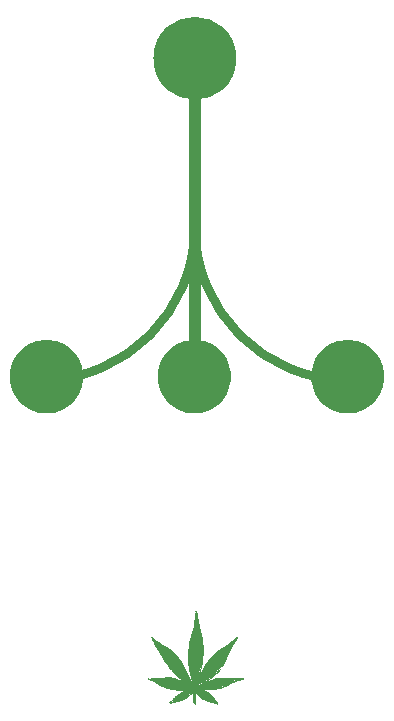
<source format=gbr>
G04 #@! TF.GenerationSoftware,KiCad,Pcbnew,(5.1.5-0)*
G04 #@! TF.CreationDate,2021-01-12T21:58:13-08:00*
G04 #@! TF.ProjectId,delaynomore,64656c61-796e-46f6-9d6f-72652e6b6963,rev?*
G04 #@! TF.SameCoordinates,Original*
G04 #@! TF.FileFunction,Soldermask,Top*
G04 #@! TF.FilePolarity,Negative*
%FSLAX46Y46*%
G04 Gerber Fmt 4.6, Leading zero omitted, Abs format (unit mm)*
G04 Created by KiCad (PCBNEW (5.1.5-0)) date 2021-01-12 21:58:13*
%MOMM*%
%LPD*%
G04 APERTURE LIST*
%ADD10C,0.750000*%
%ADD11C,1.000000*%
%ADD12C,0.100000*%
%ADD13C,0.000002*%
%ADD14C,0.001000*%
G04 APERTURE END LIST*
D10*
X33250000Y-97750000D02*
G75*
G02X20250000Y-84750000I0J13000000D01*
G01*
X20250000Y-84750000D02*
G75*
G02X7250000Y-97750000I-13000000J0D01*
G01*
D11*
X20250000Y-70500000D02*
X20250000Y-97500000D01*
X23250000Y-70500000D02*
G75*
G03X23250000Y-70500000I-3000000J0D01*
G01*
D12*
G36*
X20910400Y-123997650D02*
G01*
X21462850Y-124277050D01*
X21789875Y-124604075D01*
X21924813Y-124834263D01*
X22156588Y-125104138D01*
X21850200Y-125020000D01*
X21596200Y-124943800D01*
X21418400Y-124880300D01*
X21043750Y-124746950D01*
X20684975Y-124553275D01*
X20424625Y-124267525D01*
X20300800Y-124105600D01*
X20364300Y-124143700D01*
X20338900Y-124080200D01*
X20402400Y-123908750D01*
X20910400Y-123997650D01*
G37*
X20910400Y-123997650D02*
X21462850Y-124277050D01*
X21789875Y-124604075D01*
X21924813Y-124834263D01*
X22156588Y-125104138D01*
X21850200Y-125020000D01*
X21596200Y-124943800D01*
X21418400Y-124880300D01*
X21043750Y-124746950D01*
X20684975Y-124553275D01*
X20424625Y-124267525D01*
X20300800Y-124105600D01*
X20364300Y-124143700D01*
X20338900Y-124080200D01*
X20402400Y-123908750D01*
X20910400Y-123997650D01*
G36*
X20116650Y-124016700D02*
G01*
X19748350Y-124448500D01*
X19310200Y-124721550D01*
X18929200Y-124861250D01*
X18179900Y-125026350D01*
X18662500Y-124499300D01*
X19056200Y-124232600D01*
X19424500Y-124029400D01*
X19894400Y-123953200D01*
X19919800Y-123953200D01*
X20116650Y-124016700D01*
G37*
X20116650Y-124016700D02*
X19748350Y-124448500D01*
X19310200Y-124721550D01*
X18929200Y-124861250D01*
X18179900Y-125026350D01*
X18662500Y-124499300D01*
X19056200Y-124232600D01*
X19424500Y-124029400D01*
X19894400Y-123953200D01*
X19919800Y-123953200D01*
X20116650Y-124016700D01*
G36*
X23323400Y-122988000D02*
G01*
X23755200Y-123013400D01*
X24333207Y-123023943D01*
X23653600Y-123178500D01*
X23221800Y-123369000D01*
X22878900Y-123584900D01*
X22459800Y-123750000D01*
X21926400Y-123838900D01*
X21481900Y-123864300D01*
X20904050Y-123845250D01*
X20326200Y-123826200D01*
X20262700Y-123750000D01*
X20478600Y-123686500D01*
X20485585Y-123635700D01*
X20801815Y-123508700D01*
X21335850Y-123280100D01*
X21888300Y-123076900D01*
X22282000Y-122962600D01*
X22726500Y-122962600D01*
X23323400Y-122988000D01*
G37*
X23323400Y-122988000D02*
X23755200Y-123013400D01*
X24333207Y-123023943D01*
X23653600Y-123178500D01*
X23221800Y-123369000D01*
X22878900Y-123584900D01*
X22459800Y-123750000D01*
X21926400Y-123838900D01*
X21481900Y-123864300D01*
X20904050Y-123845250D01*
X20326200Y-123826200D01*
X20262700Y-123750000D01*
X20478600Y-123686500D01*
X20485585Y-123635700D01*
X20801815Y-123508700D01*
X21335850Y-123280100D01*
X21888300Y-123076900D01*
X22282000Y-122962600D01*
X22726500Y-122962600D01*
X23323400Y-122988000D01*
G36*
X23310700Y-120333700D02*
G01*
X23069400Y-120829000D01*
X22866200Y-121286200D01*
X22605850Y-121806900D01*
X22332800Y-122162500D01*
X22021650Y-122575250D01*
X21551750Y-122968950D01*
X21050100Y-123305500D01*
X19945200Y-123902400D01*
X19970600Y-123572200D01*
X20275400Y-123521400D01*
X20523050Y-123083250D01*
X20738950Y-122619700D01*
X20904050Y-122289500D01*
X21088200Y-121997400D01*
X21253300Y-121679900D01*
X21532700Y-121324300D01*
X21812100Y-121006800D01*
X22142300Y-120714700D01*
X22485200Y-120486100D01*
X22866200Y-120232100D01*
X23259900Y-119965400D01*
X23793300Y-119571700D01*
X23310700Y-120333700D01*
G37*
X23310700Y-120333700D02*
X23069400Y-120829000D01*
X22866200Y-121286200D01*
X22605850Y-121806900D01*
X22332800Y-122162500D01*
X22021650Y-122575250D01*
X21551750Y-122968950D01*
X21050100Y-123305500D01*
X19945200Y-123902400D01*
X19970600Y-123572200D01*
X20275400Y-123521400D01*
X20523050Y-123083250D01*
X20738950Y-122619700D01*
X20904050Y-122289500D01*
X21088200Y-121997400D01*
X21253300Y-121679900D01*
X21532700Y-121324300D01*
X21812100Y-121006800D01*
X22142300Y-120714700D01*
X22485200Y-120486100D01*
X22866200Y-120232100D01*
X23259900Y-119965400D01*
X23793300Y-119571700D01*
X23310700Y-120333700D01*
G36*
X20465900Y-118200100D02*
G01*
X20567500Y-118682700D01*
X20681800Y-119139900D01*
X20764350Y-119470100D01*
X20827850Y-119851100D01*
X20872300Y-120371800D01*
X20872300Y-120905200D01*
X20821500Y-121489400D01*
X20758000Y-122010100D01*
X20615125Y-122505400D01*
X20316675Y-123521400D01*
X20103950Y-123470600D01*
X19869000Y-122556200D01*
X19695962Y-121692600D01*
X19711837Y-120905200D01*
X19764225Y-120244800D01*
X19926150Y-119470100D01*
X20161100Y-118657300D01*
X20288100Y-117882600D01*
X20351600Y-117361900D01*
X20465900Y-118200100D01*
G37*
X20465900Y-118200100D02*
X20567500Y-118682700D01*
X20681800Y-119139900D01*
X20764350Y-119470100D01*
X20827850Y-119851100D01*
X20872300Y-120371800D01*
X20872300Y-120905200D01*
X20821500Y-121489400D01*
X20758000Y-122010100D01*
X20615125Y-122505400D01*
X20316675Y-123521400D01*
X20103950Y-123470600D01*
X19869000Y-122556200D01*
X19695962Y-121692600D01*
X19711837Y-120905200D01*
X19764225Y-120244800D01*
X19926150Y-119470100D01*
X20161100Y-118657300D01*
X20288100Y-117882600D01*
X20351600Y-117361900D01*
X20465900Y-118200100D01*
G36*
X16846400Y-119774900D02*
G01*
X17163900Y-120016200D01*
X17729050Y-120333700D01*
X18325950Y-120765500D01*
X18700600Y-121146500D01*
X19100650Y-121711650D01*
X19697550Y-122892750D01*
X19996000Y-123457900D01*
X20008700Y-123470600D01*
X19678500Y-123496000D01*
X19576900Y-123445200D01*
X19221300Y-123197550D01*
X18814900Y-122829250D01*
X18484700Y-122480000D01*
X18129100Y-122048200D01*
X17849700Y-121629100D01*
X17659200Y-121375100D01*
X17405200Y-120917900D01*
X17151200Y-120549600D01*
X16909900Y-120130500D01*
X16630500Y-119571700D01*
X16846400Y-119774900D01*
G37*
X16846400Y-119774900D02*
X17163900Y-120016200D01*
X17729050Y-120333700D01*
X18325950Y-120765500D01*
X18700600Y-121146500D01*
X19100650Y-121711650D01*
X19697550Y-122892750D01*
X19996000Y-123457900D01*
X20008700Y-123470600D01*
X19678500Y-123496000D01*
X19576900Y-123445200D01*
X19221300Y-123197550D01*
X18814900Y-122829250D01*
X18484700Y-122480000D01*
X18129100Y-122048200D01*
X17849700Y-121629100D01*
X17659200Y-121375100D01*
X17405200Y-120917900D01*
X17151200Y-120549600D01*
X16909900Y-120130500D01*
X16630500Y-119571700D01*
X16846400Y-119774900D01*
G36*
X18252925Y-122953075D02*
G01*
X18589475Y-123048325D01*
X18853000Y-123140400D01*
X19551500Y-123546800D01*
X19581980Y-123574740D01*
X19589600Y-123559500D01*
X19589600Y-123572200D01*
X19581980Y-123574740D01*
X19500700Y-123737300D01*
X19894400Y-123877000D01*
X19684850Y-123902400D01*
X19291150Y-123927800D01*
X18814900Y-123927800D01*
X18370400Y-123864300D01*
X17887800Y-123750000D01*
X17494100Y-123635700D01*
X17087700Y-123407100D01*
X16770200Y-123178500D01*
X16363800Y-123051500D01*
X17011500Y-123000700D01*
X17544900Y-122962600D01*
X18008450Y-122956250D01*
X18252925Y-122953075D01*
G37*
X18252925Y-122953075D02*
X18589475Y-123048325D01*
X18853000Y-123140400D01*
X19551500Y-123546800D01*
X19581980Y-123574740D01*
X19589600Y-123559500D01*
X19589600Y-123572200D01*
X19581980Y-123574740D01*
X19500700Y-123737300D01*
X19894400Y-123877000D01*
X19684850Y-123902400D01*
X19291150Y-123927800D01*
X18814900Y-123927800D01*
X18370400Y-123864300D01*
X17887800Y-123750000D01*
X17494100Y-123635700D01*
X17087700Y-123407100D01*
X16770200Y-123178500D01*
X16363800Y-123051500D01*
X17011500Y-123000700D01*
X17544900Y-122962600D01*
X18008450Y-122956250D01*
X18252925Y-122953075D01*
G36*
X20250000Y-123534100D02*
G01*
X20038862Y-123727775D01*
X20257937Y-123823025D01*
X21008825Y-124365950D01*
X20827850Y-124461200D01*
X20250000Y-124004000D01*
X20262700Y-125096200D01*
X20148400Y-124956500D01*
X20142050Y-124067500D01*
X20186500Y-124067500D01*
X19805500Y-123851600D01*
X19519750Y-123699200D01*
X19684850Y-123419800D01*
X20250000Y-123534100D01*
G37*
X20250000Y-123534100D02*
X20038862Y-123727775D01*
X20257937Y-123823025D01*
X21008825Y-124365950D01*
X20827850Y-124461200D01*
X20250000Y-124004000D01*
X20262700Y-125096200D01*
X20148400Y-124956500D01*
X20142050Y-124067500D01*
X20186500Y-124067500D01*
X19805500Y-123851600D01*
X19519750Y-123699200D01*
X19684850Y-123419800D01*
X20250000Y-123534100D01*
D13*
X19729586Y-121846968D02*
X19736414Y-121913404D01*
X16310628Y-123035206D02*
G75*
G02X16312745Y-123030474I8833J-1112D01*
G01*
X16312745Y-123030475D02*
G75*
G02X16317170Y-123027659I6961J-6056D01*
G01*
X16317171Y-123027659D02*
G75*
G02X16326272Y-123025641I21302J-74534D01*
G01*
X16369176Y-123019928D02*
X16326272Y-123025641D01*
X16425382Y-123014579D02*
X16369176Y-123019928D01*
X16499523Y-123009059D02*
X16425382Y-123014579D01*
X16600810Y-123002773D02*
X16499523Y-123009059D01*
X16714250Y-122995535D02*
X16600810Y-123002773D01*
X16805159Y-122988329D02*
X16714250Y-122995535D01*
X16885946Y-122980142D02*
X16805159Y-122988329D01*
X16967522Y-122969967D02*
X16885946Y-122980142D01*
X17045588Y-122960763D02*
X16967522Y-122969967D01*
X17144548Y-122951810D02*
X17045588Y-122960763D01*
X17252731Y-122943949D02*
X17144548Y-122951810D01*
X17360022Y-122938039D02*
X17252731Y-122943949D01*
X17408893Y-122935783D02*
X17360022Y-122938039D01*
X17478084Y-122932592D02*
X17408893Y-122935783D01*
X17553746Y-122929104D02*
X17478084Y-122932592D01*
X17625022Y-122925821D02*
X17553746Y-122929104D01*
X17792892Y-122918843D02*
X17625022Y-122925821D01*
X17967753Y-122913052D02*
X17792892Y-122918843D01*
X18141324Y-122908069D02*
X17967753Y-122913052D01*
X18141324Y-122908069D02*
G75*
G02X18150393Y-122910507I462J-16364D01*
G01*
X18153889Y-122911762D02*
G75*
G02X18150393Y-122910507I1209J8867D01*
G01*
X18169388Y-122913775D02*
X18153889Y-122911762D01*
X18187771Y-122915819D02*
X18169388Y-122913775D01*
X18208715Y-122917713D02*
X18187771Y-122915819D01*
X19720054Y-121737481D02*
X19722649Y-121767124D01*
X20862378Y-123897086D02*
X20907522Y-123900622D01*
X20813537Y-123893388D02*
X20862378Y-123897086D01*
X20768194Y-123890058D02*
X20813537Y-123893388D01*
X20735022Y-123887755D02*
X20768194Y-123890058D01*
X20703615Y-123885486D02*
X20735022Y-123887755D01*
X20664584Y-123882326D02*
X20703615Y-123885486D01*
X20624606Y-123878849D02*
X20664584Y-123882326D01*
X20590022Y-123875579D02*
X20624606Y-123878849D01*
X20528512Y-123870402D02*
X20590022Y-123875579D01*
X20476901Y-123868134D02*
X20528512Y-123870402D01*
X19081364Y-121630665D02*
X18952584Y-121423051D01*
X19210123Y-121860277D02*
X19081364Y-121630665D01*
X20513811Y-123894985D02*
X20475611Y-123887712D01*
X20551820Y-123901668D02*
X20513811Y-123894985D01*
X20577522Y-123905429D02*
X20551820Y-123901668D01*
X20577522Y-123905429D02*
G75*
G02X20665850Y-123921576I-96572J-777952D01*
G01*
X20792223Y-123954860D02*
X20665850Y-123921576D01*
X20931550Y-123997366D02*
X20792223Y-123954860D01*
X21065022Y-124044009D02*
X20931550Y-123997366D01*
X21108649Y-124061046D02*
X21065022Y-124044009D01*
X21154637Y-124080487D02*
X21108649Y-124061046D01*
X21202079Y-124101930D02*
X21154637Y-124080487D01*
X21250085Y-124124987D02*
X21202079Y-124101930D01*
X21250085Y-124124988D02*
G75*
G02X21402408Y-124212179I-639105J-1293158D01*
G01*
X19850081Y-122597260D02*
X19852098Y-122607528D01*
X22870021Y-121265299D02*
G75*
G02X22869743Y-121266562I-3003J0D01*
G01*
X22861209Y-121284952D02*
X22869743Y-121266562D01*
X22851523Y-121305632D02*
X22861209Y-121284952D01*
X22840022Y-121329870D02*
X22851523Y-121305632D01*
X22828521Y-121354146D02*
X22840022Y-121329870D01*
X22818834Y-121374951D02*
X22828521Y-121354146D01*
X22810385Y-121393329D02*
X22818834Y-121374951D01*
X22810021Y-121394995D02*
G75*
G02X22810385Y-121393329I3995J0D01*
G01*
X22810021Y-121394995D02*
G75*
G02X22809292Y-121398297I-7840J0D01*
G01*
X22770677Y-121481421D02*
X22809292Y-121398297D01*
X22727758Y-121573339D02*
X22770677Y-121481421D01*
X22677442Y-121680277D02*
X22727758Y-121573339D01*
X22654537Y-121728174D02*
X22677442Y-121680277D01*
X22626801Y-121784980D02*
X22654537Y-121728174D01*
X22597730Y-121843998D02*
X22626801Y-121784980D01*
X22597731Y-121843997D02*
G75*
G02X22595022Y-121847777I-12801J6311D01*
G01*
X22593589Y-121849614D02*
G75*
G02X22595022Y-121847777I8150J-4881D01*
G01*
X22590177Y-121855418D02*
X22593588Y-121849615D01*
X22586238Y-121862435D02*
X22590177Y-121855418D01*
X22582041Y-121870277D02*
X22586238Y-121862435D01*
X22573008Y-121887116D02*
X22582041Y-121870277D01*
X22562309Y-121906309D02*
X22573008Y-121887116D01*
X22551117Y-121925799D02*
X22562309Y-121906309D01*
X22540563Y-121943576D02*
X22551117Y-121925799D01*
X22536359Y-121950601D02*
X22540563Y-121943576D01*
X22529895Y-121961546D02*
X22536359Y-121950601D01*
X22522630Y-121973921D02*
X22529895Y-121961546D01*
X22515538Y-121986076D02*
X22522630Y-121973921D01*
X22515539Y-121986076D02*
G75*
G02X22426513Y-122124537I-1594117J927112D01*
G01*
X22310765Y-122278716D02*
X22426513Y-122124537D01*
X22179379Y-122435115D02*
X22310765Y-122278716D01*
X22042561Y-122580767D02*
X22179379Y-122435115D01*
X22042561Y-122580767D02*
G75*
G02X21762462Y-122838051I-2992746J2977019D01*
G01*
X21452444Y-123076945D02*
X21762462Y-122838051D01*
X21096530Y-123308868D02*
X21452444Y-123076945D01*
X20677522Y-123545384D02*
X21096530Y-123308868D01*
X20657210Y-123556206D02*
X20677522Y-123545384D01*
X20633256Y-123569049D02*
X20657210Y-123556206D01*
X20609541Y-123581825D02*
X20633256Y-123569049D01*
X20590022Y-123592411D02*
X20609541Y-123581825D01*
X20572766Y-123601769D02*
X20590022Y-123592411D01*
X20556062Y-123610749D02*
X20572766Y-123601769D01*
X20541782Y-123618359D02*
X20556062Y-123610749D01*
X20534097Y-123622337D02*
X20541782Y-123618359D01*
X20517847Y-123632144D02*
G75*
G02X20534097Y-123622337I73169J-102870D01*
G01*
X20501467Y-123645234D02*
G75*
G02X20517847Y-123632145I125077J-139731D01*
G01*
X20488112Y-123658375D02*
G75*
G02X20501467Y-123645234I145858J-134885D01*
G01*
X20485021Y-123666267D02*
G75*
G02X20488111Y-123658375I11624J0D01*
G01*
X20485871Y-123669781D02*
G75*
G02X20485022Y-123666267I6849J3514D01*
G01*
X20488155Y-123671737D02*
G75*
G02X20485870Y-123669780I1247J3768D01*
G01*
X20492397Y-123672198D02*
G75*
G02X20488155Y-123671737I-1044J10127D01*
G01*
X20499641Y-123671103D02*
G75*
G02X20492398Y-123672199I-15184J75919D01*
G01*
X20518149Y-123665366D02*
G75*
G02X20499641Y-123671104I-36945J86448D01*
G01*
X20578992Y-123639023D02*
X20518149Y-123665366D01*
X20646972Y-123608528D02*
X20578992Y-123639023D01*
X20715022Y-123576643D02*
X20646972Y-123608528D01*
X20738044Y-123565656D02*
X20715022Y-123576643D01*
X20763850Y-123553400D02*
X20738044Y-123565656D01*
X20788478Y-123541750D02*
X20763850Y-123553400D01*
X20807522Y-123532798D02*
X20788478Y-123541750D01*
X20827497Y-123523393D02*
X20807522Y-123532798D01*
X20855600Y-123510054D02*
X20827497Y-123523393D01*
X20886247Y-123495444D02*
X20855600Y-123510054D01*
X20915022Y-123481661D02*
X20886247Y-123495444D01*
X20969936Y-123455361D02*
X20915022Y-123481661D01*
X21011702Y-123435535D02*
X20969936Y-123455361D01*
X21046707Y-123419148D02*
X21011702Y-123435535D01*
X21080022Y-123403816D02*
X21046707Y-123419148D01*
X21115354Y-123387574D02*
X21080022Y-123403816D01*
X21181774Y-123356749D02*
X21115354Y-123387574D01*
X21249694Y-123325132D02*
X21181774Y-123356749D01*
X21297522Y-123302733D02*
X21249694Y-123325132D01*
X21444502Y-123234657D02*
X21297522Y-123302733D01*
X21595333Y-123166903D02*
X21444502Y-123234657D01*
X21733653Y-123106658D02*
X21595333Y-123166903D01*
X21840022Y-123062680D02*
X21733653Y-123106658D01*
X21893337Y-123041611D02*
X21840022Y-123062680D01*
X21928135Y-123028359D02*
X21893337Y-123041611D01*
X21957932Y-123017769D02*
X21928135Y-123028359D01*
X21992522Y-123006289D02*
X21957932Y-123017769D01*
X22051620Y-122988467D02*
X21992522Y-123006289D01*
X22113071Y-122972384D02*
X22051620Y-122988467D01*
X22174574Y-122958597D02*
X22113071Y-122972384D01*
X22233822Y-122947669D02*
X22174574Y-122958597D01*
X22275789Y-122941782D02*
X22233822Y-122947669D01*
X22311324Y-122938975D02*
X22275789Y-122941782D01*
X22355896Y-122938261D02*
X22311324Y-122938975D01*
X22436322Y-122939370D02*
X22355896Y-122938261D01*
X22493234Y-122940735D02*
X22436322Y-122939370D01*
X22551607Y-122942737D02*
X22493234Y-122940735D01*
X22603546Y-122945032D02*
X22551607Y-122942737D01*
X22637522Y-122947267D02*
X22603546Y-122945032D01*
X22668287Y-122949702D02*
X22637522Y-122947267D01*
X22707662Y-122952627D02*
X22668287Y-122949702D01*
X22748691Y-122955545D02*
X22707662Y-122952627D01*
X22785022Y-122957990D02*
X22748691Y-122955545D01*
X22822057Y-122960418D02*
X22785022Y-122957990D01*
X22865318Y-122963293D02*
X22822057Y-122960418D01*
X22907867Y-122966150D02*
X22865318Y-122963293D01*
X22942522Y-122968510D02*
X22907867Y-122966150D01*
X22995145Y-122970680D02*
X22942522Y-122968510D01*
X23187897Y-122973130D02*
X22995145Y-122970680D01*
X23416132Y-122975346D02*
X23187897Y-122973130D01*
X23672522Y-122976997D02*
X23416132Y-122975346D01*
X24010194Y-122978974D02*
X23672522Y-122976997D01*
X24196598Y-122980953D02*
X24010194Y-122978974D01*
X24325267Y-122983028D02*
X24196598Y-122980953D01*
X24325267Y-122983028D02*
G75*
G02X24338772Y-122986729I-500J-28318D01*
G01*
X24338772Y-122986728D02*
G75*
G02X24347766Y-122995160I-13045J-22929D01*
G01*
X24347766Y-122995160D02*
G75*
G02X24350023Y-123005412I-12281J-8079D01*
G01*
X24350023Y-123005413D02*
G75*
G02X24344871Y-123015674I-18220J2725D01*
G01*
X24344870Y-123015673D02*
G75*
G02X24333207Y-123023943I-29662J29474D01*
G01*
X24333208Y-123023944D02*
G75*
G02X24315174Y-123031131I-63623J133418D01*
G01*
X24250776Y-123051805D02*
X24315174Y-123031131D01*
X24188093Y-123071392D02*
X24250776Y-123051805D01*
X24152522Y-123081377D02*
X24188093Y-123071392D01*
X24023171Y-123118169D02*
X24152522Y-123081377D01*
X23848786Y-123175203D02*
X24023171Y-123118169D01*
X23669767Y-123238251D02*
X23848786Y-123175203D01*
X23522522Y-123295274D02*
X23669767Y-123238251D01*
X23399199Y-123348078D02*
X23522522Y-123295274D01*
X23253927Y-123414591D02*
X23399199Y-123348078D01*
X23112600Y-123482490D02*
X23253927Y-123414591D01*
X23002522Y-123539199D02*
X23112600Y-123482490D01*
X22868504Y-123610433D02*
X23002522Y-123539199D01*
X22783440Y-123652696D02*
X22868504Y-123610433D01*
X22708987Y-123685131D02*
X22783440Y-123652696D01*
X22617522Y-123720178D02*
X22708987Y-123685131D01*
X22542423Y-123747307D02*
X22617522Y-123720178D01*
X22502851Y-123760723D02*
X22542423Y-123747307D01*
X22463400Y-123772598D02*
X22502851Y-123760723D01*
X22390022Y-123793034D02*
X22463400Y-123772598D01*
X22270804Y-123822545D02*
X22390022Y-123793034D01*
X22133620Y-123850279D02*
X22270804Y-123822545D01*
X21995884Y-123873156D02*
X22133620Y-123850279D01*
X21875022Y-123887838D02*
X21995884Y-123873156D01*
X21851013Y-123890138D02*
X21875022Y-123887838D01*
X21816506Y-123893487D02*
X21851013Y-123890138D01*
X21778547Y-123897195D02*
X21816506Y-123893487D01*
X21742522Y-123900739D02*
X21778547Y-123897195D01*
X21608935Y-123908145D02*
X21742522Y-123900739D01*
X21336190Y-123909806D02*
X21608935Y-123908145D01*
X21063070Y-123907895D02*
X21336190Y-123909806D01*
X20907522Y-123900622D02*
X21063070Y-123907895D01*
X20434700Y-123867876D02*
X20476901Y-123868134D01*
X20430021Y-123872584D02*
G75*
G02X20434700Y-123867876I4709J-1D01*
G01*
X20431145Y-123874719D02*
G75*
G02X20430022Y-123872585I1466J2134D01*
G01*
X20435529Y-123877293D02*
G75*
G02X20431144Y-123874719I15819J31971D01*
G01*
X19360636Y-122138155D02*
X19344341Y-122108062D01*
X19371221Y-122157777D02*
X19360636Y-122138155D01*
X20761249Y-122533226D02*
X20714982Y-122630277D01*
X20846807Y-122362328D02*
X20761249Y-122533226D01*
X20933548Y-122191636D02*
X20846807Y-122362328D01*
X20974269Y-122116527D02*
X20933548Y-122191636D01*
X20988678Y-122091366D02*
X20974269Y-122116527D01*
X20999929Y-122071636D02*
X20988678Y-122091366D01*
X21009609Y-122054555D02*
X20999929Y-122071636D01*
X21019048Y-122037777D02*
X21009609Y-122054555D01*
X21025983Y-122025624D02*
X21019048Y-122037777D01*
X21037590Y-122005731D02*
X21025983Y-122025624D01*
X21050976Y-121982985D02*
X21037590Y-122005731D01*
X21064458Y-121960277D02*
X21050976Y-121982985D01*
X21077575Y-121938268D02*
X21064458Y-121960277D01*
X21089864Y-121917624D02*
X21077575Y-121938268D01*
X21100197Y-121900243D02*
X21089864Y-121917624D01*
X21104889Y-121892307D02*
X21100197Y-121900243D01*
X21149259Y-121820233D02*
X21104889Y-121892307D01*
X21212393Y-121723837D02*
X21149259Y-121820233D01*
X21279939Y-121624271D02*
X21212393Y-121723837D01*
X21339543Y-121540277D02*
X21279939Y-121624271D01*
X21396819Y-121463641D02*
X21339543Y-121540277D01*
X21467177Y-121373061D02*
X21396819Y-121463641D01*
X21534639Y-121288542D02*
X21467177Y-121373061D01*
X21577847Y-121237777D02*
X21534639Y-121288542D01*
X22885064Y-121231889D02*
X22894416Y-121211958D01*
X22877187Y-121248945D02*
X22885064Y-121231889D01*
X22870294Y-121264044D02*
X22877187Y-121248945D01*
X22870022Y-121265299D02*
G75*
G02X22870294Y-121264044I3026J0D01*
G01*
X19325985Y-122074222D02*
X19308037Y-122041194D01*
X19344341Y-122108062D02*
X19325985Y-122074222D01*
X22162904Y-125132618D02*
G75*
G02X22162962Y-125140934I-10582J-4233D01*
G01*
X22162961Y-125140934D02*
G75*
G02X22160571Y-125143771I-5287J2029D01*
G01*
X22160571Y-125143771D02*
G75*
G02X22155675Y-125145933I-11328J19028D01*
G01*
X22155675Y-125145934D02*
G75*
G02X22148837Y-125147326I-10822J35655D01*
G01*
X22148838Y-125147325D02*
G75*
G02X22140414Y-125147777I-8424J78322D01*
G01*
X20643609Y-122791378D02*
X20635721Y-122810277D01*
X20670843Y-122729384D02*
X20643609Y-122791378D01*
X20697720Y-122668594D02*
X20670843Y-122729384D01*
X20714982Y-122630277D02*
X20697720Y-122668594D01*
X22140414Y-125147778D02*
G75*
G02X22125921Y-125146825I0J110737D01*
G01*
X22125921Y-125146825D02*
G75*
G02X22113016Y-125143965I9971J75534D01*
G01*
X22113016Y-125143965D02*
G75*
G02X22096281Y-125137761I53575J170197D01*
G01*
X22065022Y-125124046D02*
X22096281Y-125137761D01*
X22001838Y-125097762D02*
X22065022Y-125124046D01*
X21935736Y-125074319D02*
X22001838Y-125097762D01*
X21864120Y-125052862D02*
X21935736Y-125074319D01*
X21784294Y-125032548D02*
X21864120Y-125052862D01*
X21647606Y-124999292D02*
X21784294Y-125032548D01*
X19380128Y-122174323D02*
X19371221Y-122157777D01*
X19390235Y-122193074D02*
X19380128Y-122174323D01*
X20503305Y-123136243D02*
X20494490Y-123156661D01*
X20513179Y-123112378D02*
X20503305Y-123136243D01*
X20524497Y-123084151D02*
X20513179Y-123112378D01*
X20537768Y-123050277D02*
X20524497Y-123084151D01*
X20543655Y-123035324D02*
X20537768Y-123050277D01*
X20550109Y-123019333D02*
X20543655Y-123035324D01*
X20556173Y-123004627D02*
X20550109Y-123019333D01*
X21402408Y-124212178D02*
G75*
G02X21540509Y-124315987I-743206J-1132487D01*
G01*
X21540509Y-124315987D02*
G75*
G02X21658604Y-124431641I-808447J-943632D01*
G01*
X21658604Y-124431641D02*
G75*
G02X21751099Y-124554225I-691614J-618042D01*
G01*
X21843113Y-124697827D02*
X21751099Y-124554225D01*
X21908325Y-124794131D02*
X21843113Y-124697827D01*
X21969278Y-124876381D02*
X21908325Y-124794131D01*
X22044380Y-124970045D02*
X21969278Y-124876381D01*
X22087947Y-125022822D02*
X22044380Y-124970045D01*
X22101771Y-125039809D02*
X22087947Y-125022822D01*
X22112079Y-125053035D02*
X22101771Y-125039809D01*
X19884498Y-119520277D02*
X19870636Y-119570269D01*
X20560691Y-122994082D02*
X20556173Y-123004627D01*
X20564264Y-122985606D02*
X20560691Y-122994082D01*
X20567281Y-122977667D02*
X20564264Y-122985606D01*
X20569553Y-122970959D02*
X20567281Y-122977667D01*
X20570021Y-122967966D02*
G75*
G02X20569553Y-122970959I-9805J0D01*
G01*
X20570021Y-122967965D02*
G75*
G02X20570501Y-122964968I9600J-1D01*
G01*
X20572848Y-122958209D02*
X20570501Y-122964968D01*
X20575958Y-122950210D02*
X20572848Y-122958209D01*
X20579642Y-122941661D02*
X20575958Y-122950210D01*
X20593866Y-122909784D02*
X20579642Y-122941661D01*
X20602969Y-122888632D02*
X20593866Y-122909784D01*
X20609166Y-122873491D02*
X20602969Y-122888632D01*
X20610007Y-122869082D02*
G75*
G02X20609166Y-122873491I-11749J-43D01*
G01*
X20610007Y-122869082D02*
G75*
G02X20610459Y-122866632I6738J25D01*
G01*
X20613194Y-122859786D02*
X20610459Y-122866632D01*
X20616707Y-122851673D02*
X20613194Y-122859786D01*
X20620874Y-122842777D02*
X20616707Y-122851673D01*
X20625330Y-122833430D02*
X20620874Y-122842777D01*
X20629723Y-122823949D02*
X20625330Y-122833430D01*
X20633495Y-122815577D02*
X20629723Y-122823949D01*
X20635721Y-122810277D02*
X20633495Y-122815577D01*
X22127281Y-125073316D02*
X22112079Y-125053035D01*
X22143683Y-125096689D02*
X22127281Y-125073316D01*
X22143683Y-125096690D02*
G75*
G02X22155528Y-125116666I-194982J-129113D01*
G01*
X22155528Y-125116666D02*
G75*
G02X22162903Y-125132618I-148143J-78170D01*
G01*
X21587272Y-121227192D02*
X21577847Y-121237777D01*
X21607031Y-121204856D02*
X21587272Y-121227192D01*
X21630430Y-121178361D02*
X21607031Y-121204856D01*
X21655193Y-121150277D02*
X21630430Y-121178361D01*
X21763704Y-121033304D02*
X21655193Y-121150277D01*
X21896053Y-120902079D02*
X21763704Y-121033304D01*
X22027297Y-120780085D02*
X21896053Y-120902079D01*
X22130250Y-120694220D02*
X22027297Y-120780085D01*
X22217428Y-120628727D02*
X22130250Y-120694220D01*
X22296415Y-120573278D02*
X22217428Y-120628727D01*
X22398457Y-120506351D02*
X22296415Y-120573278D01*
X22577522Y-120392769D02*
X22398457Y-120506351D01*
X22639629Y-120353344D02*
X22577522Y-120392769D01*
X22706365Y-120310469D02*
X22639629Y-120353344D01*
X22767965Y-120270471D02*
X22706365Y-120310469D01*
X22812522Y-120240991D02*
X22767965Y-120270471D01*
X22947222Y-120149298D02*
X22812522Y-120240991D01*
X23070866Y-120062251D02*
X22947222Y-120149298D01*
X23218690Y-119954774D02*
X23070866Y-120062251D01*
X23440022Y-119790957D02*
X23218690Y-119954774D01*
X23483928Y-119758350D02*
X23440022Y-119790957D01*
X23526959Y-119726446D02*
X23483928Y-119758350D01*
X23564011Y-119699020D02*
X23526959Y-119726446D01*
X23585022Y-119683543D02*
X23564011Y-119699020D01*
X23601209Y-119671646D02*
X23585022Y-119683543D01*
X23618850Y-119658643D02*
X23601209Y-119671646D01*
X23635320Y-119646471D02*
X23618850Y-119658643D01*
X23647522Y-119637414D02*
X23635320Y-119646471D01*
X23687477Y-119609270D02*
X23647522Y-119637414D01*
X23742952Y-119573208D02*
X23687477Y-119609270D01*
X23799438Y-119537759D02*
X23742952Y-119573208D01*
X23799438Y-119537760D02*
G75*
G02X23814761Y-119531269I28471J-45884D01*
G01*
X23814761Y-119531268D02*
G75*
G02X23827504Y-119529947I10974J-43717D01*
G01*
X23827504Y-119529947D02*
G75*
G02X23834070Y-119534069I-305J-7776D01*
G01*
X23834070Y-119534070D02*
G75*
G02X23834527Y-119542656I-8997J-4784D01*
G01*
X23834527Y-119542655D02*
G75*
G02X23827667Y-119555539I-63438J25510D01*
G01*
X23815329Y-119572507D02*
X23827667Y-119555539D01*
X23795976Y-119596851D02*
X23815329Y-119572507D01*
X23776429Y-119620518D02*
X23795976Y-119596851D01*
X23776429Y-119620517D02*
G75*
G02X23766963Y-119630277I-72727J61071D01*
G01*
X23749895Y-119648072D02*
G75*
G02X23766963Y-119630277I123500J-101373D01*
G01*
X23695948Y-119714257D02*
X23749895Y-119648072D01*
X23641922Y-119781904D02*
X23695948Y-119714257D01*
X23601038Y-119835277D02*
X23641922Y-119781904D01*
X23524034Y-119943698D02*
X23601038Y-119835277D01*
X23463980Y-120039678D02*
X23524034Y-119943698D01*
X23398409Y-120160452D02*
X23463980Y-120039678D01*
X23295463Y-120365277D02*
X23398409Y-120160452D01*
X23262314Y-120432396D02*
X23295463Y-120365277D01*
X23232337Y-120493418D02*
X23262314Y-120432396D01*
X23207300Y-120544652D02*
X23232337Y-120493418D01*
X23198740Y-120562777D02*
X23207300Y-120544652D01*
X23183870Y-120594997D02*
X23198740Y-120562777D01*
X23148656Y-120670485D02*
X23183870Y-120594997D01*
X23113434Y-120745815D02*
X23148656Y-120670485D01*
X23092505Y-120790277D02*
X23113434Y-120745815D01*
X23086270Y-120803483D02*
X23092505Y-120790277D01*
X23076572Y-120824090D02*
X23086270Y-120803483D01*
X23065623Y-120847387D02*
X23076572Y-120824090D01*
X23054881Y-120870277D02*
X23065623Y-120847387D01*
X23002656Y-120981614D02*
X23054881Y-120870277D01*
X22955466Y-121082138D02*
X23002656Y-120981614D01*
X22916565Y-121164935D02*
X22955466Y-121082138D01*
X22894416Y-121211958D02*
X22916565Y-121164935D01*
X19706089Y-120520173D02*
X19700432Y-120597777D01*
X19741414Y-120184273D02*
X19739359Y-120201746D01*
X19749812Y-122025277D02*
X19752112Y-122041881D01*
X17470022Y-123654199D02*
X17535345Y-123681444D01*
X17422193Y-123632386D02*
X17470022Y-123654199D01*
X17346008Y-123595116D02*
X17422193Y-123632386D01*
X17263874Y-123554229D02*
X17346008Y-123595116D01*
X18208715Y-122917712D02*
G75*
G02X18287077Y-122927867I-68767J-838110D01*
G01*
X18384167Y-122947547D02*
X18287077Y-122927867D01*
X18488541Y-122973880D02*
X18384167Y-122947547D01*
X18590022Y-123004629D02*
X18488541Y-122973880D01*
X18661345Y-123028648D02*
X18590022Y-123004629D01*
X18712918Y-123047344D02*
X18661345Y-123028648D01*
X18764767Y-123068060D02*
X18712918Y-123047344D01*
X18837522Y-123098978D02*
X18764767Y-123068060D01*
X18886095Y-123121297D02*
X18837522Y-123098978D01*
X18972054Y-123163707D02*
X18886095Y-123121297D01*
X19057800Y-123207003D02*
X18972054Y-123163707D01*
X19107522Y-123233724D02*
X19057800Y-123207003D01*
X19124485Y-123243290D02*
X19107522Y-123233724D01*
X19142381Y-123253359D02*
X19124485Y-123243290D01*
X19158665Y-123262503D02*
X19142381Y-123253359D01*
X19170022Y-123268855D02*
X19158665Y-123262503D01*
X19217579Y-123296350D02*
X19170022Y-123268855D01*
X19279264Y-123333880D02*
X19217579Y-123296350D01*
X19344127Y-123374579D02*
X19279264Y-123333880D01*
X19402522Y-123412529D02*
X19344127Y-123374579D01*
X19519621Y-123489782D02*
X19402522Y-123412529D01*
X19534217Y-123492895D02*
G75*
G02X19519621Y-123489782I-3296J20324D01*
G01*
X19535880Y-123486626D02*
G75*
G02X19534217Y-123492894I-2231J-2763D01*
G01*
X19436635Y-123406997D02*
X19535879Y-123486626D01*
X19326355Y-123318615D02*
X19436635Y-123406997D01*
X19205655Y-123221064D02*
X19326355Y-123318615D01*
X19096190Y-123132022D02*
X19205655Y-123221064D01*
X19047522Y-123091366D02*
X19096190Y-123132022D01*
X18810218Y-122878564D02*
X19047522Y-123091366D01*
X18581976Y-122653889D02*
X18810218Y-122878564D01*
X18376302Y-122431368D02*
X18581976Y-122653889D01*
X18207522Y-122225413D02*
X18376302Y-122431368D01*
X18197035Y-122211730D02*
X18207522Y-122225413D01*
X18180933Y-122190881D02*
X18197035Y-122211730D01*
X18162804Y-122167489D02*
X18180933Y-122190881D01*
X18145094Y-122144720D02*
X18162804Y-122167489D01*
X18100771Y-122086679D02*
X18145094Y-122144720D01*
X18048022Y-122015362D02*
X18100771Y-122086679D01*
X17993294Y-121939659D02*
X18048022Y-122015362D01*
X17942611Y-121867777D02*
X17993294Y-121939659D01*
X17865794Y-121755183D02*
X17942611Y-121867777D01*
X17753314Y-121586047D02*
X17865794Y-121755183D01*
X17642960Y-121418079D02*
X17753314Y-121586047D01*
X17577810Y-121315811D02*
X17642960Y-121418079D01*
X17562852Y-121291839D02*
X17577810Y-121315811D01*
X17543501Y-121261028D02*
X17562852Y-121291839D01*
X17523210Y-121228853D02*
X17543501Y-121261028D01*
X17505098Y-121200277D02*
X17523210Y-121228853D01*
X17482466Y-121164465D02*
X17505098Y-121200277D01*
X17444344Y-121103699D02*
X17482466Y-121164465D01*
X17400478Y-121033586D02*
X17444344Y-121103699D01*
X17356299Y-120962777D02*
X17400478Y-121033586D01*
X17313762Y-120894522D02*
X17356299Y-120962777D01*
X17274866Y-120832137D02*
X17313762Y-120894522D01*
X17242249Y-120779846D02*
X17274866Y-120832137D01*
X17230010Y-120760277D02*
X17242249Y-120779846D01*
X17187630Y-120691590D02*
X17230010Y-120760277D01*
X17117790Y-120576106D02*
X17187630Y-120691590D01*
X17047729Y-120459490D02*
X17117790Y-120576106D01*
X17022165Y-120415277D02*
X17047729Y-120459490D01*
X17019328Y-120410248D02*
X17022165Y-120415277D01*
X17015217Y-120403074D02*
X17019328Y-120410248D01*
X17010674Y-120395211D02*
X17015217Y-120403074D01*
X17006342Y-120387777D02*
X17010674Y-120395211D01*
X16977044Y-120337083D02*
X17006342Y-120387777D01*
X16918968Y-120235057D02*
X16977044Y-120337083D01*
X16860346Y-120131702D02*
X16918968Y-120235057D01*
X16838754Y-120092777D02*
X16860346Y-120131702D01*
X16829351Y-120075536D02*
X16838754Y-120092777D01*
X16817835Y-120054543D02*
X16829351Y-120075536D01*
X16806140Y-120033314D02*
X16817835Y-120054543D01*
X16796150Y-120015277D02*
X16806140Y-120033314D01*
X16767394Y-119960797D02*
X16796150Y-120015277D01*
X16712647Y-119850518D02*
X16767394Y-119960797D01*
X16652078Y-119727345D02*
X16712647Y-119850518D01*
X16652079Y-119727345D02*
G75*
G02X16650022Y-119718491I18028J8854D01*
G01*
X16649530Y-119715636D02*
G75*
G02X16650022Y-119718491I-8045J-2855D01*
G01*
X16647209Y-119709477D02*
X16649530Y-119715636D01*
X16644113Y-119702210D02*
X16647209Y-119709477D01*
X16640446Y-119694500D02*
X16644113Y-119702210D01*
X16640446Y-119694500D02*
G75*
G02X16625567Y-119660779I353949J176315D01*
G01*
X16612376Y-119622674D02*
X16625567Y-119660779D01*
X16602797Y-119587022D02*
X16612376Y-119622674D01*
X16602798Y-119587021D02*
G75*
G02X16600022Y-119562709I105091J24312D01*
G01*
X16600022Y-119562709D02*
G75*
G02X16602313Y-119551889I26694J0D01*
G01*
X16602313Y-119551889D02*
G75*
G02X16608734Y-119543767I19006J-8428D01*
G01*
X16608734Y-119543767D02*
G75*
G02X16618045Y-119539963I11741J-15439D01*
G01*
X16618045Y-119539963D02*
G75*
G02X16628409Y-119541121I2783J-22042D01*
G01*
X19549378Y-123499505D02*
G75*
G02X19557816Y-123505118I-42084J-72409D01*
G01*
X19543690Y-123498010D02*
G75*
G02X19549378Y-123499505I137J-11046D01*
G01*
X19542163Y-123500169D02*
G75*
G02X19543690Y-123498010I1547J525D01*
G01*
X19545021Y-123505277D02*
G75*
G02X19542163Y-123500169I12406J10295D01*
G01*
X19548004Y-123508135D02*
G75*
G02X19545022Y-123505277I10995J14458D01*
G01*
X19551808Y-123510528D02*
G75*
G02X19548004Y-123508136I11528J22553D01*
G01*
X19555813Y-123512133D02*
G75*
G02X19551808Y-123510528I6762J22671D01*
G01*
X19559384Y-123512619D02*
G75*
G02X19555813Y-123512133I-229J11691D01*
G01*
X19563439Y-123512263D02*
G75*
G02X19559384Y-123512618I-4642J29680D01*
G01*
X19564221Y-123511131D02*
G75*
G02X19563438Y-123512263I-929J-194D01*
G01*
X19563100Y-123509282D02*
G75*
G02X19564221Y-123511131I-2062J-2515D01*
G01*
X19557816Y-123505118D02*
X19563100Y-123509282D01*
X20332574Y-117319496D02*
G75*
G02X20341771Y-117310571I24520J-16067D01*
G01*
X20341771Y-117310571D02*
G75*
G02X20352879Y-117307745I10107J-16484D01*
G01*
X20352879Y-117307745D02*
G75*
G02X20363607Y-117311707I-996J-19203D01*
G01*
X20363606Y-117311707D02*
G75*
G02X20371759Y-117321527I-17650J-22947D01*
G01*
X20371760Y-117321527D02*
G75*
G02X20383695Y-117354885I-124673J-63421D01*
G01*
X20399153Y-117430779D02*
X20383695Y-117354885D01*
X20416249Y-117530893D02*
X20399153Y-117430779D01*
X20434771Y-117657777D02*
X20416249Y-117530893D01*
X20439195Y-117689649D02*
X20434771Y-117657777D01*
X20443664Y-117721324D02*
X20439195Y-117689649D01*
X20447609Y-117748853D02*
X20443664Y-117721324D01*
X20450058Y-117765277D02*
X20447609Y-117748853D01*
X20452198Y-117779274D02*
X20450058Y-117765277D01*
X20454846Y-117796746D02*
X20452198Y-117779274D01*
X20457550Y-117814693D02*
X20454846Y-117796746D01*
X20459879Y-117830277D02*
X20457550Y-117814693D01*
X20500474Y-118095675D02*
X20459879Y-117830277D01*
X20532146Y-118283530D02*
X20500474Y-118095675D01*
X20562899Y-118441341D02*
X20532146Y-118283530D01*
X20599454Y-118605379D02*
X20562899Y-118441341D01*
X20624492Y-118708731D02*
X20599454Y-118605379D01*
X20656786Y-118836990D02*
X20624492Y-118708731D01*
X20688947Y-118962230D02*
X20656786Y-118836990D01*
X20699546Y-118997777D02*
X20688947Y-118962230D01*
X20701577Y-119004390D02*
X20699546Y-118997777D01*
X20704324Y-119014684D02*
X20701577Y-119004390D01*
X20707226Y-119026332D02*
X20704324Y-119014684D01*
X20709866Y-119037777D02*
X20707226Y-119026332D01*
X20712509Y-119049406D02*
X20709866Y-119037777D01*
X20715418Y-119061606D02*
X20712509Y-119049406D01*
X20718167Y-119072654D02*
X20715418Y-119061606D01*
X20720219Y-119080277D02*
X20718167Y-119072654D01*
X20741211Y-119161306D02*
X20720219Y-119080277D01*
X20770319Y-119289530D02*
X20741211Y-119161306D01*
X20797583Y-119417148D02*
X20770319Y-119289530D01*
X20810471Y-119490277D02*
X20797583Y-119417148D01*
X20812659Y-119504272D02*
X20810471Y-119490277D01*
X20815675Y-119521746D02*
X20812659Y-119504272D01*
X20818972Y-119539692D02*
X20815675Y-119521746D01*
X20822053Y-119555277D02*
X20818972Y-119539692D01*
X20833969Y-119621401D02*
X20822053Y-119555277D01*
X20848521Y-119720705D02*
X20833969Y-119621401D01*
X20863047Y-119832002D02*
X20848521Y-119720705D01*
X20875375Y-119940277D02*
X20863047Y-119832002D01*
X20883692Y-120027355D02*
X20875375Y-119940277D01*
X20891238Y-120123355D02*
X20883692Y-120027355D01*
X20899412Y-120246795D02*
X20891238Y-120123355D01*
X20909993Y-120425277D02*
X20899412Y-120246795D01*
X20914428Y-120561801D02*
X20909993Y-120425277D01*
X20913207Y-120723699D02*
X20914428Y-120561801D01*
D14*
X20906205Y-120930188D02*
X20913207Y-120723699D01*
X20892243Y-121210277D02*
X20906205Y-120930188D01*
D13*
X20888309Y-121263260D02*
X20892243Y-121210277D01*
X20879073Y-121357488D02*
X20888309Y-121263260D01*
X20868702Y-121454897D02*
X20879073Y-121357488D01*
X20859856Y-121527777D02*
X20868702Y-121454897D01*
X20857613Y-121545020D02*
X20859856Y-121527777D01*
X20854937Y-121566012D02*
X20857613Y-121545020D01*
X20852271Y-121587241D02*
X20854937Y-121566012D01*
X20850050Y-121605277D02*
X20852271Y-121587241D01*
X20847806Y-121622962D02*
X20850050Y-121605277D01*
X20845075Y-121643074D02*
X20847806Y-121622962D01*
X20842299Y-121662476D02*
X20845075Y-121643074D01*
X20839942Y-121677777D02*
X20842299Y-121662476D01*
X20837622Y-121692744D02*
X20839942Y-121677777D01*
X20834972Y-121711012D02*
X20837622Y-121692744D01*
X20832418Y-121729518D02*
X20834972Y-121711012D01*
X20830389Y-121745277D02*
X20832418Y-121729518D01*
X20811335Y-121867675D02*
X20830389Y-121745277D01*
X20771650Y-122069623D02*
X20811335Y-121867675D01*
X20728766Y-122271371D02*
X20771650Y-122069623D01*
X20697485Y-122395277D02*
X20728766Y-122271371D01*
X20694512Y-122405948D02*
X20697485Y-122395277D01*
X20691467Y-122417340D02*
X20694512Y-122405948D01*
X20688776Y-122427807D02*
X20691467Y-122417340D01*
X20686995Y-122435277D02*
X20688776Y-122427807D01*
X20677390Y-122473770D02*
X20686995Y-122435277D01*
X20647648Y-122581388D02*
X20677390Y-122473770D01*
X20617938Y-122687284D02*
X20647648Y-122581388D01*
X20600778Y-122745277D02*
X20617938Y-122687284D01*
X20596460Y-122759274D02*
X20600778Y-122745277D01*
X20591080Y-122776746D02*
X20596460Y-122759274D01*
X20585561Y-122794693D02*
X20591080Y-122776746D01*
X20580776Y-122810277D02*
X20585561Y-122794693D01*
X20563681Y-122864093D02*
X20580776Y-122810277D01*
X20532504Y-122958295D02*
X20563681Y-122864093D01*
X20499871Y-123055470D02*
X20532504Y-122958295D01*
X20474966Y-123127777D02*
X20499871Y-123055470D01*
X20464918Y-123156638D02*
X20474966Y-123127777D01*
X20455745Y-123183387D02*
X20464918Y-123156638D01*
X20448156Y-123205862D02*
X20455745Y-123183387D01*
X20445217Y-123215277D02*
X20448156Y-123205862D01*
X20442515Y-123224002D02*
X20445217Y-123215277D01*
X20436887Y-123240861D02*
X20442515Y-123224002D01*
X20430133Y-123260670D02*
X20436887Y-123240861D01*
X20422951Y-123281307D02*
X20430133Y-123260670D01*
X20405426Y-123334707D02*
X20422951Y-123281307D01*
X20405298Y-123354677D02*
G75*
G02X20405426Y-123334707I33535J9771D01*
G01*
X20412456Y-123355327D02*
G75*
G02X20405299Y-123354677I-3451J1730D01*
G01*
X20432120Y-123312777D02*
X20412455Y-123355327D01*
X20438098Y-123298783D02*
X20432120Y-123312777D01*
X20444664Y-123283598D02*
X20438098Y-123298783D01*
X20450839Y-123269472D02*
X20444664Y-123283598D01*
X20455464Y-123259082D02*
X20450839Y-123269472D01*
X20459124Y-123250664D02*
X20455464Y-123259082D01*
X20462214Y-123242904D02*
X20459124Y-123250664D01*
X20464584Y-123236362D02*
X20462214Y-123242904D01*
X20465021Y-123233771D02*
G75*
G02X20464584Y-123236362I-7897J0D01*
G01*
X20465021Y-123233771D02*
G75*
G02X20465482Y-123231197I7424J0D01*
G01*
X20467959Y-123224785D02*
X20465482Y-123231197D01*
X20471191Y-123217186D02*
X20467959Y-123224785D01*
X20475022Y-123208958D02*
X20471191Y-123217186D01*
X20478851Y-123200659D02*
X20475022Y-123208958D01*
X20482084Y-123192840D02*
X20478851Y-123200659D01*
X20484508Y-123186216D02*
X20482084Y-123192840D01*
X20485021Y-123183153D02*
G75*
G02X20484508Y-123186216I-9398J0D01*
G01*
X20485022Y-123183153D02*
G75*
G02X20485503Y-123180064I10154J0D01*
G01*
X20487803Y-123173264D02*
X20485503Y-123180064D01*
X20490864Y-123165223D02*
X20487803Y-123173264D01*
X20494490Y-123156661D02*
X20490864Y-123165223D01*
X19264682Y-121958855D02*
X19260103Y-121950347D01*
X19264682Y-121958855D02*
G75*
G02X19265022Y-121960212I-2538J-1357D01*
G01*
X19254695Y-121940555D02*
X19248277Y-121929295D01*
X19260103Y-121950347D02*
X19254695Y-121940555D01*
X17263874Y-123554228D02*
G75*
G02X17255022Y-123547537I13556J27135D01*
G01*
X17253092Y-123545897D02*
G75*
G02X17255022Y-123547537I-5453J-8377D01*
G01*
X17245912Y-123541285D02*
X17253091Y-123545898D01*
X17237281Y-123535930D02*
X17245912Y-123541285D01*
X17227522Y-123530101D02*
X17237281Y-123535930D01*
X17217356Y-123524103D02*
X17227522Y-123530101D01*
X17207487Y-123518234D02*
X17217356Y-123524103D01*
X17199047Y-123513177D02*
X17207487Y-123518234D01*
X17194424Y-123510341D02*
X17199047Y-123513177D01*
X17190259Y-123507797D02*
X17194424Y-123510341D01*
X17184094Y-123504150D02*
X17190259Y-123507797D01*
X17177233Y-123500155D02*
X17184094Y-123504150D01*
X17170629Y-123496375D02*
X17177233Y-123500155D01*
X17170629Y-123496375D02*
G75*
G02X17160474Y-123489975I63669J112281D01*
G01*
X17132016Y-123470005D02*
X17160474Y-123489975D01*
X17098261Y-123445940D02*
X17132016Y-123470005D01*
X17061226Y-123419103D02*
X17098261Y-123445940D01*
X16883114Y-123296773D02*
X17061226Y-123419103D01*
X16736099Y-123213678D02*
G75*
G02X16883114Y-123296773I-631554J-1288984D01*
G01*
X16576951Y-123146610D02*
G75*
G02X16736098Y-123213679I-510715J-1434241D01*
G01*
X16358826Y-123074954D02*
X16576951Y-123146611D01*
X16326926Y-123065042D02*
X16358826Y-123074954D01*
X16326927Y-123065042D02*
G75*
G02X16316329Y-123060106I14167J44263D01*
G01*
X16316329Y-123060106D02*
G75*
G02X16311681Y-123054159I5938J9430D01*
G01*
X16311681Y-123054159D02*
G75*
G02X16310076Y-123044254I30438J10015D01*
G01*
X16310076Y-123044254D02*
G75*
G02X16310628Y-123035206I70514J241D01*
G01*
X21535632Y-124969595D02*
X21647606Y-124999292D01*
X21448054Y-124943690D02*
X21535632Y-124969595D01*
X21448055Y-124943690D02*
G75*
G02X21392522Y-124923101I169046J541143D01*
G01*
X21387486Y-124921027D02*
X21392522Y-124923101D01*
X21380318Y-124918265D02*
X21387486Y-124921027D01*
X21372455Y-124915344D02*
X21380318Y-124918265D01*
X21365022Y-124912696D02*
X21372455Y-124915344D01*
X21357177Y-124909863D02*
X21365022Y-124912696D01*
X21348034Y-124906363D02*
X21357177Y-124909863D01*
X21339059Y-124902778D02*
X21348034Y-124906363D01*
X21331766Y-124899691D02*
X21339059Y-124902778D01*
X21325511Y-124897043D02*
X21331766Y-124899691D01*
X21319752Y-124894808D02*
X21325511Y-124897043D01*
X21314899Y-124893092D02*
X21319752Y-124894808D01*
X21312993Y-124892777D02*
G75*
G02X21314899Y-124893092I0J-5933D01*
G01*
X21312993Y-124892778D02*
G75*
G02X21309189Y-124892029I0J10037D01*
G01*
X21214667Y-124853305D02*
X21309189Y-124892029D01*
X21131032Y-124818860D02*
X21214667Y-124853305D01*
X21085022Y-124799343D02*
X21131032Y-124818860D01*
X21034226Y-124776283D02*
X21085022Y-124799343D01*
X20964035Y-124742512D02*
X21034226Y-124776283D01*
X20896005Y-124708811D02*
X20964035Y-124742512D01*
X20860022Y-124689386D02*
X20896005Y-124708811D01*
X20834250Y-124674488D02*
X20860022Y-124689386D01*
X20815712Y-124663819D02*
X20834250Y-124674488D01*
X20802040Y-124656010D02*
X20815712Y-124663819D01*
X20792522Y-124650665D02*
X20802040Y-124656010D01*
X20752423Y-124626144D02*
X20792522Y-124650665D01*
X20702352Y-124591071D02*
X20752423Y-124626144D01*
X20649465Y-124550893D02*
X20702352Y-124591071D01*
X20600022Y-124510105D02*
X20649465Y-124550893D01*
X20600022Y-124510106D02*
G75*
G02X20520238Y-124433873I695822J808099D01*
G01*
X20520238Y-124433873D02*
G75*
G02X20448595Y-124349661I781638J737557D01*
G01*
X20448596Y-124349661D02*
G75*
G02X20385002Y-124257259I878955J673003D01*
G01*
X20385001Y-124257258D02*
G75*
G02X20329292Y-124156527I1044989J643704D01*
G01*
X20316672Y-124132136D02*
X20329292Y-124156527D01*
X20308836Y-124121479D02*
G75*
G02X20316672Y-124132136I-34612J-33661D01*
G01*
X20302757Y-124119559D02*
G75*
G02X20308835Y-124121478I1254J-6611D01*
G01*
X20297112Y-124123439D02*
G75*
G02X20302758Y-124119558I7228J-4468D01*
G01*
X20295653Y-124128424D02*
G75*
G02X20297112Y-124123440I9773J-154D01*
G01*
X20293420Y-124271549D02*
X20295654Y-124128424D01*
X20291301Y-124431187D02*
X20293420Y-124271549D01*
X20289456Y-124619690D02*
X20291301Y-124431187D01*
X20287665Y-124808576D02*
X20289456Y-124619690D01*
X20285717Y-124969472D02*
X20287665Y-124808576D01*
X20283721Y-125112425D02*
X20285717Y-124969472D01*
X20283721Y-125112424D02*
G75*
G02X20282565Y-125121527I-41009J581D01*
G01*
X20282565Y-125121527D02*
G75*
G02X20281012Y-125125830I-20606J5007D01*
G01*
X20281011Y-125125830D02*
G75*
G02X20278627Y-125129473I-15676J7660D01*
G01*
X20278628Y-125129473D02*
G75*
G02X20275815Y-125131944I-9855J8380D01*
G01*
X20275814Y-125131943D02*
G75*
G02X20272998Y-125132777I-2816J4339D01*
G01*
X20272998Y-125132778D02*
G75*
G02X20268527Y-125131046I0J6637D01*
G01*
X20245478Y-125109837D02*
X20268527Y-125131046D01*
X20219013Y-125084616D02*
X20245478Y-125109837D01*
X20188906Y-125054683D02*
X20219013Y-125084616D01*
X20111648Y-124976588D02*
X20188906Y-125054683D01*
X20108335Y-124676359D02*
X20111648Y-124976588D01*
X20107066Y-124551023D02*
X20108335Y-124676359D01*
X20105995Y-124422704D02*
X20107066Y-124551023D01*
X20105237Y-124308674D02*
X20105995Y-124422704D01*
X20105022Y-124234454D02*
X20105237Y-124308674D01*
X20104720Y-124173849D02*
X20105022Y-124234454D01*
X20103728Y-124129717D02*
X20104720Y-124173849D01*
X20102369Y-124094990D02*
X20103728Y-124129717D01*
X20100060Y-124092777D02*
G75*
G02X20102369Y-124094990I-1J-2312D01*
G01*
X20097054Y-124094088D02*
G75*
G02X20100059Y-124092777I3005J-2787D01*
G01*
X20086630Y-124105560D02*
X20097055Y-124094089D01*
X20074618Y-124119615D02*
X20086630Y-124105560D01*
X20061309Y-124136292D02*
X20074618Y-124119615D01*
X19969679Y-124246929D02*
X20061309Y-124136292D01*
X19871336Y-124351497D02*
X19969679Y-124246929D01*
X19772618Y-124443723D02*
X19871336Y-124351497D01*
X19772618Y-124443723D02*
G75*
G02X19680022Y-124516907I-785138J898227D01*
G01*
X19543872Y-124607727D02*
X19680022Y-124516907D01*
X19410543Y-124684003D02*
X19543872Y-124607727D01*
X19270115Y-124750989D02*
X19410543Y-124684003D01*
X19112522Y-124813854D02*
X19270115Y-124750989D01*
X19056592Y-124833017D02*
X19112522Y-124813854D01*
X18964001Y-124862067D02*
X19056592Y-124833017D01*
X18870530Y-124890489D02*
X18964001Y-124862067D01*
X18870531Y-124890489D02*
G75*
G02X18835022Y-124899348I-111894J372905D01*
G01*
X18825788Y-124901427D02*
X18835022Y-124899348D01*
X18776256Y-124913853D02*
X18825788Y-124901427D01*
X18718574Y-124928414D02*
X18776256Y-124913853D01*
X18652522Y-124945214D02*
X18718574Y-124928414D01*
X18585223Y-124962309D02*
X18652522Y-124945214D01*
X18523647Y-124977802D02*
X18585223Y-124962309D01*
X18472000Y-124990673D02*
X18523647Y-124977802D01*
X18452522Y-124995258D02*
X18472000Y-124990673D01*
X18439392Y-124998201D02*
X18452522Y-124995258D01*
X18424725Y-125001527D02*
X18439392Y-124998201D01*
X18410765Y-125004724D02*
X18424725Y-125001527D01*
X18400022Y-125007222D02*
X18410765Y-125004724D01*
X18376495Y-125012411D02*
X18400022Y-125007222D01*
X18319890Y-125024006D02*
X18376495Y-125012411D01*
X18256655Y-125036751D02*
X18319890Y-125024006D01*
X18196570Y-125048613D02*
X18256655Y-125036751D01*
X18180754Y-125051291D02*
X18196570Y-125048613D01*
X18180754Y-125051291D02*
G75*
G02X18169488Y-125052124I-11660J81132D01*
G01*
X18169487Y-125052124D02*
G75*
G02X18160662Y-125051315I-221J46104D01*
G01*
X18160662Y-125051315D02*
G75*
G02X18152820Y-125048823I6419J33790D01*
G01*
X18152820Y-125048822D02*
G75*
G02X18143799Y-125035506I6402J14050D01*
G01*
X18143799Y-125035506D02*
G75*
G02X18149252Y-125016313I31269J1487D01*
G01*
X18149252Y-125016313D02*
G75*
G02X18177331Y-124981110I257590J-176662D01*
G01*
X18259998Y-124892550D02*
X18177331Y-124981110D01*
X18297172Y-124853045D02*
X18259998Y-124892550D01*
X18336499Y-124811019D02*
X18297172Y-124853045D01*
X18372351Y-124772510D02*
X18336499Y-124811019D01*
X18397522Y-124745213D02*
X18372351Y-124772510D01*
X18440178Y-124699392D02*
X18397522Y-124745213D01*
X18476361Y-124662256D02*
X18440178Y-124699392D01*
X18513224Y-124626564D02*
X18476361Y-124662256D01*
X18557926Y-124585277D02*
X18513224Y-124626564D01*
X18577115Y-124567823D02*
X18557926Y-124585277D01*
X18593687Y-124552653D02*
X18577115Y-124567823D01*
X18608008Y-124539477D02*
X18593687Y-124552653D01*
X18610021Y-124537406D02*
G75*
G02X18608008Y-124539477I-19819J17259D01*
G01*
X18610021Y-124537407D02*
G75*
G02X18612103Y-124535349I14795J-12883D01*
G01*
X18630147Y-124520015D02*
X18612103Y-124535349D01*
X18650885Y-124502487D02*
X18630147Y-124520015D01*
X18675022Y-124482231D02*
X18650885Y-124502487D01*
X18780470Y-124397248D02*
X18675022Y-124482231D01*
X18880076Y-124323754D02*
X18780470Y-124397248D01*
X18980113Y-124257287D02*
X18880076Y-124323754D01*
X19086795Y-124193515D02*
X18980113Y-124257287D01*
X19120714Y-124175268D02*
X19086795Y-124193515D01*
X19176262Y-124147389D02*
X19120714Y-124175268D01*
X19232493Y-124119994D02*
X19176262Y-124147389D01*
X19270022Y-124102890D02*
X19232493Y-124119994D01*
X19309757Y-124085775D02*
X19270022Y-124102890D01*
X19329737Y-124077382D02*
X19309757Y-124085775D01*
X19345779Y-124071025D02*
X19329737Y-124077382D01*
X19366272Y-124063347D02*
X19345779Y-124071025D01*
X19379186Y-124058599D02*
X19366272Y-124063347D01*
X19394287Y-124053046D02*
X19379186Y-124058599D01*
X19409151Y-124047580D02*
X19394287Y-124053046D01*
X19421272Y-124043122D02*
X19409151Y-124047580D01*
X19456104Y-124031114D02*
X19421272Y-124043122D01*
X19513274Y-124013030D02*
X19456104Y-124031114D01*
X19570340Y-123995577D02*
X19513274Y-124013030D01*
X19597522Y-123988372D02*
X19570340Y-123995577D01*
X19653341Y-123974277D02*
X19597522Y-123988372D01*
X19718904Y-123955292D02*
X19653341Y-123974277D01*
X19780034Y-123936296D02*
X19718904Y-123955292D01*
X19779691Y-123933050D02*
G75*
G02X19780034Y-123936296I-161J-1658D01*
G01*
X19777681Y-123933099D02*
G75*
G02X19779690Y-123933051I1204J-8298D01*
G01*
X19769709Y-123934287D02*
X19777681Y-123933099D01*
X19760305Y-123935799D02*
X19769709Y-123934287D01*
X19749690Y-123937644D02*
X19760305Y-123935799D01*
X19724754Y-123941359D02*
X19749690Y-123937644D01*
X19680359Y-123946376D02*
X19724754Y-123941359D01*
X19615074Y-123953070D02*
X19680359Y-123946376D01*
X19513645Y-123962894D02*
X19615074Y-123953070D01*
X19485352Y-123965035D02*
X19513645Y-123962894D01*
X19431795Y-123967839D02*
X19485352Y-123965035D01*
X19368915Y-123970681D02*
X19431795Y-123967839D01*
X19303645Y-123973169D02*
X19368915Y-123970681D01*
X19158340Y-123976041D02*
X19303645Y-123973169D01*
X19031748Y-123973781D02*
X19158340Y-123976041D01*
X18886661Y-123965269D02*
X19031748Y-123973781D01*
X18675022Y-123947707D02*
X18886661Y-123965269D01*
X18614771Y-123941119D02*
X18675022Y-123947707D01*
X18531738Y-123929690D02*
X18614771Y-123941119D01*
X18434250Y-123914788D02*
X18531738Y-123929690D01*
X18327522Y-123897109D02*
X18434250Y-123914788D01*
X18221857Y-123877377D02*
X18327522Y-123897109D01*
X18104034Y-123852215D02*
X18221857Y-123877377D01*
X17987305Y-123824654D02*
X18104034Y-123852215D01*
X17885022Y-123797637D02*
X17987305Y-123824654D01*
X17869381Y-123793300D02*
X17885022Y-123797637D01*
X17853397Y-123788981D02*
X17869381Y-123793300D01*
X17839207Y-123785245D02*
X17853397Y-123788981D01*
X17830022Y-123782966D02*
X17839207Y-123785245D01*
X17821722Y-123780851D02*
X17830022Y-123782966D01*
X17811053Y-123777839D02*
X17821722Y-123780851D01*
X17799914Y-123774499D02*
X17811053Y-123777839D01*
X17790022Y-123771321D02*
X17799914Y-123774499D01*
X17778663Y-123767567D02*
X17790022Y-123771321D01*
X17762381Y-123762256D02*
X17778663Y-123767567D01*
X17744485Y-123756458D02*
X17762381Y-123762256D01*
X17727522Y-123751004D02*
X17744485Y-123756458D01*
X17663400Y-123729584D02*
X17727522Y-123751004D01*
X17599573Y-123706485D02*
X17663400Y-123729584D01*
X17535345Y-123681444D02*
X17599573Y-123706485D01*
X20441588Y-123879800D02*
G75*
G02X20435529Y-123877293I15601J46284D01*
G01*
X20448772Y-123881862D02*
G75*
G02X20441589Y-123879800I19033J79840D01*
G01*
X20475611Y-123887712D02*
X20448772Y-123881862D01*
X16628409Y-119541121D02*
G75*
G02X16643800Y-119549519I-19851J-54684D01*
G01*
X16683573Y-119580444D02*
X16643800Y-119549519D01*
X16730950Y-119619163D02*
X16683573Y-119580444D01*
X16783636Y-119664359D02*
X16730950Y-119619163D01*
X16948174Y-119802127D02*
X16783636Y-119664359D01*
X17093791Y-119910502D02*
X16948174Y-119802127D01*
X17262714Y-120019733D02*
X17093791Y-119910502D01*
X17507522Y-120164069D02*
X17262714Y-120019733D01*
X19821306Y-119756615D02*
X19797577Y-119865220D01*
X19744593Y-120156118D02*
X19742916Y-120170277D01*
X19536280Y-122470659D02*
X19496362Y-122392777D01*
X19650735Y-122699065D02*
X19536280Y-122470659D01*
X19843793Y-119672863D02*
X19840420Y-119685871D01*
X19859796Y-122640277D02*
X19862223Y-122649554D01*
X18230696Y-120646196D02*
X18199731Y-120621569D01*
X18284121Y-120690261D02*
X18230696Y-120646196D01*
X19905296Y-119449293D02*
X19890717Y-119498596D01*
X19291545Y-122010738D02*
X19277657Y-121984784D01*
X19308037Y-122041194D02*
X19291545Y-122010738D01*
X19857389Y-122630966D02*
X19859796Y-122640277D01*
X19780667Y-122962450D02*
G75*
G02X19780022Y-122959625I5867J2825D01*
G01*
X19820128Y-123044375D02*
X19780666Y-122962451D01*
X19743686Y-121978002D02*
X19749812Y-122025277D01*
X19840420Y-119685871D02*
X19837276Y-119697511D01*
X19860559Y-119607297D02*
X19852925Y-119636256D01*
X19872102Y-122693678D02*
X19875424Y-122708215D01*
X19869792Y-122682777D02*
X19872102Y-122693678D01*
X19867434Y-123142202D02*
X19820128Y-123044375D01*
X19930900Y-123272769D02*
X19867434Y-123142202D01*
X20244836Y-117845277D02*
X20233743Y-117938355D01*
X18640510Y-121019449D02*
X18557249Y-120934817D01*
X18707941Y-121093323D02*
X18640510Y-121019449D01*
X19265378Y-121961643D02*
G75*
G02X19265022Y-121960212I2699J1431D01*
G01*
X19277657Y-121984784D02*
X19265377Y-121961643D01*
X19707431Y-121584943D02*
X19710146Y-121624262D01*
X19686197Y-121040776D02*
X19691200Y-121260800D01*
X17562323Y-120195700D02*
X17507522Y-120164069D01*
X17615350Y-120226582D02*
X17562323Y-120195700D01*
X17660594Y-120253170D02*
X17615350Y-120226582D01*
X19712884Y-121660118D02*
X19715155Y-121685277D01*
X20314571Y-117363376D02*
G75*
G02X20332574Y-117319496I122645J-24684D01*
G01*
X20233743Y-117938355D02*
X20216692Y-118068323D01*
X20216692Y-118068323D02*
X20198247Y-118202128D01*
X20198247Y-118202128D02*
X20182296Y-118310277D01*
X19844799Y-122571609D02*
X19847913Y-122586189D01*
X19922754Y-119390648D02*
X19905296Y-119449293D01*
X19915004Y-122866641D02*
X19938021Y-122955658D01*
X19902687Y-122817777D02*
X19915004Y-122866641D01*
X19689221Y-120835430D02*
X19686197Y-121040776D01*
X19747211Y-120138074D02*
X19744593Y-120156118D01*
X19846912Y-119660277D02*
X19843793Y-119672863D01*
X18341890Y-120738546D02*
X18284121Y-120690261D01*
X18392522Y-120781589D02*
X18341890Y-120738546D01*
X19890717Y-119498596D02*
X19884498Y-119520277D01*
X19796332Y-122332567D02*
X19819739Y-122458706D01*
X19722649Y-121767124D02*
X19724772Y-121792777D01*
X19852098Y-122607528D02*
X19854678Y-122619391D01*
X19870636Y-119570269D02*
X19860559Y-119607297D01*
X19862223Y-122649554D02*
X19864997Y-122661012D01*
X20024298Y-119040004D02*
X19941595Y-119327777D01*
X19774401Y-122203232D02*
X19796332Y-122332567D01*
X19736414Y-121913404D02*
X19743686Y-121978002D01*
X17685022Y-120267924D02*
X17660594Y-120253170D01*
X17702943Y-120278971D02*
X17685022Y-120267924D01*
X17721647Y-120290441D02*
X17702943Y-120278971D01*
X17738524Y-120300743D02*
X17721647Y-120290441D01*
X17750022Y-120307694D02*
X17738524Y-120300743D01*
X19847913Y-122586189D02*
X19850081Y-122597260D01*
X19705160Y-121547777D02*
X19707431Y-121584943D01*
X20141058Y-118546192D02*
X20089522Y-118784580D01*
X19852925Y-119636256D02*
X19846912Y-119660277D01*
X20182296Y-118310277D02*
X20141058Y-118546192D01*
X19864997Y-122661012D02*
X19867668Y-122672709D01*
X19715155Y-121685277D02*
X19717410Y-121708549D01*
X19760387Y-122105277D02*
X19774401Y-122203232D01*
X19897592Y-122797213D02*
X19902687Y-122817777D01*
X19891964Y-122774684D02*
X19897592Y-122797213D01*
X18088770Y-120538408D02*
X17962111Y-120448124D01*
X18199731Y-120621569D02*
X18088770Y-120538408D01*
X19716010Y-120410768D02*
X19706089Y-120520173D01*
X19835002Y-119705277D02*
X19821306Y-119756615D01*
X19240348Y-121915352D02*
X19230163Y-121897052D01*
X19248277Y-121929295D02*
X19240348Y-121915352D01*
X19425179Y-122257925D02*
X19407627Y-122225277D01*
X19446050Y-122297166D02*
X19425179Y-122257925D01*
X20043771Y-123453775D02*
G75*
G02X20028450Y-123454191I-7814J5438D01*
G01*
X20051642Y-123427617D02*
G75*
G02X20043772Y-123453776I-43965J-1036D01*
G01*
X19841336Y-122556189D02*
X19844799Y-122571609D01*
X19754965Y-122063215D02*
X19757876Y-122085494D01*
X19750258Y-120119324D02*
X19747211Y-120138074D01*
X19742916Y-120170277D02*
X19741414Y-120184273D01*
X19724772Y-121792777D02*
X19729586Y-121846968D01*
X19469842Y-122342235D02*
X19446050Y-122297166D01*
X19496362Y-122392777D02*
X19469842Y-122342235D01*
X19726782Y-120303128D02*
X19716010Y-120410768D01*
X20089522Y-118784580D02*
X20024298Y-119040004D01*
X19797577Y-119865220D02*
X19775096Y-119974104D01*
X19779044Y-122955488D02*
X19650735Y-122699065D01*
X19779045Y-122955488D02*
G75*
G02X19780022Y-122959625I-8269J-4137D01*
G01*
X17840998Y-120365371D02*
X17750022Y-120307694D01*
X17962111Y-120448124D02*
X17840998Y-120365371D01*
X18826981Y-121242044D02*
X18707941Y-121093323D01*
X18952584Y-121423051D02*
X18826981Y-121242044D01*
X19775096Y-119974104D02*
X19764785Y-120035277D01*
X19941595Y-119327777D02*
X19922754Y-119390648D01*
X19717410Y-121708549D02*
X19720054Y-121737481D01*
X19753300Y-120102777D02*
X19750258Y-120119324D01*
X19762686Y-120049437D02*
X19759713Y-120067481D01*
X19735041Y-120235277D02*
X19726782Y-120303128D01*
X20012789Y-123240486D02*
X20034316Y-123328882D01*
X19979915Y-123115277D02*
X20012789Y-123240486D01*
X19879114Y-122723688D02*
X19882635Y-122737777D01*
X19875424Y-122708215D02*
X19879114Y-122723688D01*
X19838031Y-122542260D02*
X19841336Y-122556189D01*
X19756422Y-120086231D02*
X19753300Y-120102777D01*
X20292634Y-117482589D02*
X20269274Y-117640793D01*
X19739359Y-120201746D02*
X19737122Y-120219693D01*
X19854678Y-122619391D02*
X19857389Y-122630966D01*
X19819739Y-122458706D02*
X19838031Y-122542260D01*
X19700432Y-120597777D02*
X19689221Y-120835430D01*
X20314571Y-117363377D02*
X20292634Y-117482589D01*
X19764785Y-120035277D02*
X19762686Y-120049437D01*
X19961965Y-123047481D02*
X19979915Y-123115277D01*
X19938021Y-122955658D02*
X19961965Y-123047481D01*
X19757876Y-122085494D02*
X19760387Y-122105277D01*
X19886652Y-122753561D02*
X19891964Y-122774684D01*
X19882635Y-122737777D02*
X19886652Y-122753561D01*
X19710146Y-121624262D02*
X19712884Y-121660118D01*
X20047789Y-123392241D02*
G75*
G02X20051641Y-123427617I-205937J-40320D01*
G01*
X20034316Y-123328882D02*
X20047790Y-123392241D01*
X19399971Y-122211116D02*
X19390235Y-122193074D01*
X19407627Y-122225277D02*
X19399971Y-122211116D01*
X19867668Y-122672709D02*
X19869792Y-122682777D01*
X19759713Y-120067481D02*
X19756422Y-120086231D01*
X18470584Y-120851527D02*
X18392522Y-120781589D01*
X18557249Y-120934817D02*
X18470584Y-120851527D01*
X19752112Y-122041881D02*
X19754965Y-122063215D01*
X19737122Y-120219693D02*
X19735041Y-120235277D01*
X19837276Y-119697511D02*
X19835002Y-119705277D01*
X20269274Y-117640793D02*
X20244836Y-117845277D01*
X19219544Y-121877713D02*
X19210123Y-121860277D01*
X19230163Y-121897052D02*
X19219544Y-121877713D01*
X19995824Y-123402971D02*
X19930900Y-123272769D01*
X20028449Y-123454191D02*
G75*
G02X19995824Y-123402971I252153J196613D01*
G01*
X19691200Y-121260800D02*
X19705160Y-121547777D01*
D12*
G36*
X33804975Y-94408585D02*
G01*
X34104528Y-94468170D01*
X34668874Y-94701930D01*
X35176772Y-95041296D01*
X35608704Y-95473228D01*
X35948070Y-95981126D01*
X36181830Y-96545472D01*
X36301000Y-97144578D01*
X36301000Y-97755422D01*
X36181830Y-98354528D01*
X35948070Y-98918874D01*
X35608704Y-99426772D01*
X35176772Y-99858704D01*
X34668874Y-100198070D01*
X34104528Y-100431830D01*
X33804975Y-100491415D01*
X33505423Y-100551000D01*
X32894577Y-100551000D01*
X32595025Y-100491415D01*
X32295472Y-100431830D01*
X31731126Y-100198070D01*
X31223228Y-99858704D01*
X30791296Y-99426772D01*
X30451930Y-98918874D01*
X30218170Y-98354528D01*
X30099000Y-97755422D01*
X30099000Y-97144578D01*
X30218170Y-96545472D01*
X30451930Y-95981126D01*
X30791296Y-95473228D01*
X31223228Y-95041296D01*
X31731126Y-94701930D01*
X32295472Y-94468170D01*
X32595025Y-94408585D01*
X32894577Y-94349000D01*
X33505423Y-94349000D01*
X33804975Y-94408585D01*
G37*
G36*
X20804975Y-94408585D02*
G01*
X21104528Y-94468170D01*
X21668874Y-94701930D01*
X22176772Y-95041296D01*
X22608704Y-95473228D01*
X22948070Y-95981126D01*
X23181830Y-96545472D01*
X23301000Y-97144578D01*
X23301000Y-97755422D01*
X23181830Y-98354528D01*
X22948070Y-98918874D01*
X22608704Y-99426772D01*
X22176772Y-99858704D01*
X21668874Y-100198070D01*
X21104528Y-100431830D01*
X20804975Y-100491415D01*
X20505423Y-100551000D01*
X19894577Y-100551000D01*
X19595025Y-100491415D01*
X19295472Y-100431830D01*
X18731126Y-100198070D01*
X18223228Y-99858704D01*
X17791296Y-99426772D01*
X17451930Y-98918874D01*
X17218170Y-98354528D01*
X17099000Y-97755422D01*
X17099000Y-97144578D01*
X17218170Y-96545472D01*
X17451930Y-95981126D01*
X17791296Y-95473228D01*
X18223228Y-95041296D01*
X18731126Y-94701930D01*
X19295472Y-94468170D01*
X19595025Y-94408585D01*
X19894577Y-94349000D01*
X20505423Y-94349000D01*
X20804975Y-94408585D01*
G37*
G36*
X8304975Y-94408585D02*
G01*
X8604528Y-94468170D01*
X9168874Y-94701930D01*
X9676772Y-95041296D01*
X10108704Y-95473228D01*
X10448070Y-95981126D01*
X10681830Y-96545472D01*
X10801000Y-97144578D01*
X10801000Y-97755422D01*
X10681830Y-98354528D01*
X10448070Y-98918874D01*
X10108704Y-99426772D01*
X9676772Y-99858704D01*
X9168874Y-100198070D01*
X8604528Y-100431830D01*
X8304975Y-100491415D01*
X8005423Y-100551000D01*
X7394577Y-100551000D01*
X7095025Y-100491415D01*
X6795472Y-100431830D01*
X6231126Y-100198070D01*
X5723228Y-99858704D01*
X5291296Y-99426772D01*
X4951930Y-98918874D01*
X4718170Y-98354528D01*
X4599000Y-97755422D01*
X4599000Y-97144578D01*
X4718170Y-96545472D01*
X4951930Y-95981126D01*
X5291296Y-95473228D01*
X5723228Y-95041296D01*
X6231126Y-94701930D01*
X6795472Y-94468170D01*
X7095025Y-94408585D01*
X7394577Y-94349000D01*
X8005423Y-94349000D01*
X8304975Y-94408585D01*
G37*
G36*
X20757430Y-67948977D02*
G01*
X21008684Y-67998955D01*
X21204752Y-68080169D01*
X21482034Y-68195023D01*
X21482035Y-68195024D01*
X21908041Y-68479671D01*
X22270329Y-68841959D01*
X22460524Y-69126607D01*
X22554977Y-69267966D01*
X22751045Y-69741317D01*
X22851000Y-70243823D01*
X22851000Y-70756177D01*
X22751045Y-71258683D01*
X22554977Y-71732034D01*
X22554976Y-71732035D01*
X22270329Y-72158041D01*
X21908041Y-72520329D01*
X21623393Y-72710524D01*
X21482034Y-72804977D01*
X21204752Y-72919831D01*
X21008684Y-73001045D01*
X20757430Y-73051023D01*
X20506177Y-73101000D01*
X19993823Y-73101000D01*
X19742570Y-73051023D01*
X19491316Y-73001045D01*
X19295248Y-72919831D01*
X19017966Y-72804977D01*
X18876607Y-72710524D01*
X18591959Y-72520329D01*
X18229671Y-72158041D01*
X17945024Y-71732035D01*
X17945023Y-71732034D01*
X17748955Y-71258683D01*
X17649000Y-70756177D01*
X17649000Y-70243823D01*
X17748955Y-69741317D01*
X17945023Y-69267966D01*
X18039476Y-69126607D01*
X18229671Y-68841959D01*
X18591959Y-68479671D01*
X19017965Y-68195024D01*
X19017966Y-68195023D01*
X19295248Y-68080169D01*
X19491316Y-67998955D01*
X19742570Y-67948977D01*
X19993823Y-67899000D01*
X20506177Y-67899000D01*
X20757430Y-67948977D01*
G37*
M02*

</source>
